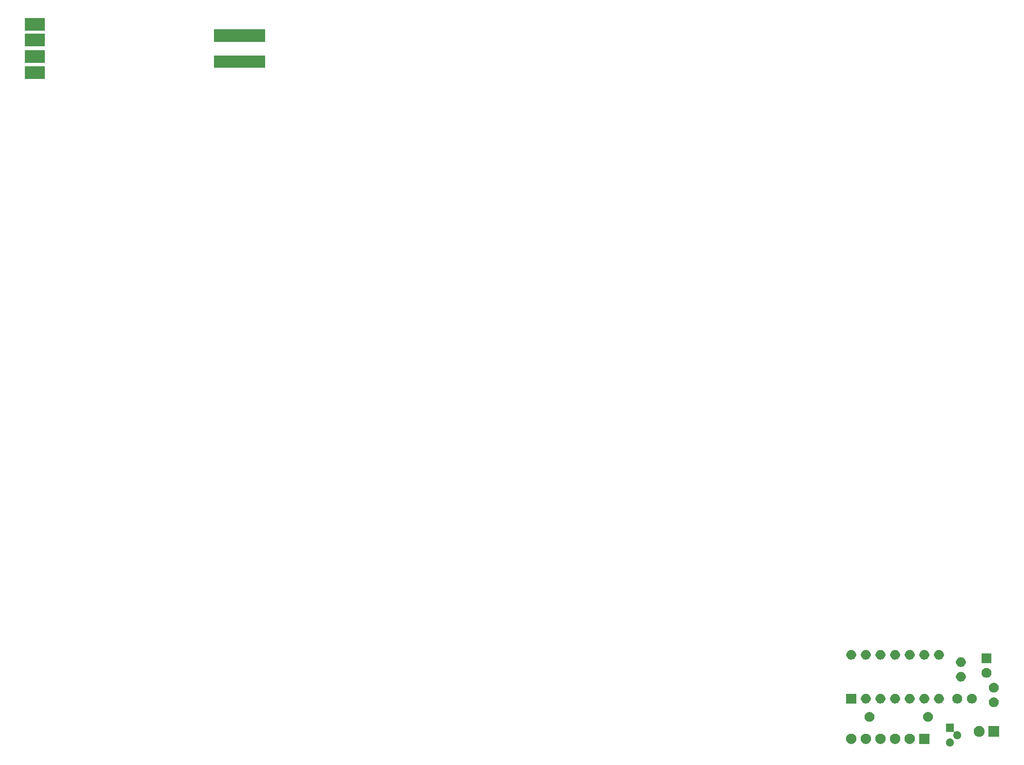
<source format=gbr>
G04 #@! TF.GenerationSoftware,KiCad,Pcbnew,(5.1.5)-3*
G04 #@! TF.CreationDate,2022-03-24T10:50:37-07:00*
G04 #@! TF.ProjectId,wiijoy,7769696a-6f79-42e6-9b69-6361645f7063,rev?*
G04 #@! TF.SameCoordinates,Original*
G04 #@! TF.FileFunction,Soldermask,Bot*
G04 #@! TF.FilePolarity,Negative*
%FSLAX46Y46*%
G04 Gerber Fmt 4.6, Leading zero omitted, Abs format (unit mm)*
G04 Created by KiCad (PCBNEW (5.1.5)-3) date 2022-03-24 10:50:37*
%MOMM*%
%LPD*%
G04 APERTURE LIST*
%ADD10C,0.100000*%
G04 APERTURE END LIST*
D10*
G36*
X41851786Y6218388D02*
G01*
X32996753Y6218388D01*
X32996753Y8305155D01*
X41851786Y8305155D01*
X41851786Y6218388D01*
G37*
X41851786Y6218388D02*
X32996753Y6218388D01*
X32996753Y8305155D01*
X41851786Y8305155D01*
X41851786Y6218388D01*
G36*
X41868168Y10757200D02*
G01*
X33013135Y10757200D01*
X33013135Y12843967D01*
X41868168Y12843967D01*
X41868168Y10757200D01*
G37*
X41868168Y10757200D02*
X33013135Y10757200D01*
X33013135Y12843967D01*
X41868168Y12843967D01*
X41868168Y10757200D01*
G36*
X3533238Y4311938D02*
G01*
X155970Y4311938D01*
X155970Y6422730D01*
X3533238Y6422730D01*
X3533238Y4311938D01*
G37*
X3533238Y4311938D02*
X155970Y4311938D01*
X155970Y6422730D01*
X3533238Y6422730D01*
X3533238Y4311938D01*
G36*
X3556691Y7126328D02*
G01*
X179423Y7126328D01*
X179423Y9237120D01*
X3556691Y9237120D01*
X3556691Y7126328D01*
G37*
X3556691Y7126328D02*
X179423Y7126328D01*
X179423Y9237120D01*
X3556691Y9237120D01*
X3556691Y7126328D01*
G36*
X3556691Y9940719D02*
G01*
X179423Y9940719D01*
X179423Y12051511D01*
X3556691Y12051511D01*
X3556691Y9940719D01*
G37*
X3556691Y9940719D02*
X179423Y9940719D01*
X179423Y12051511D01*
X3556691Y12051511D01*
X3556691Y9940719D01*
G36*
X3580144Y12661295D02*
G01*
X202876Y12661295D01*
X202876Y14772087D01*
X3580144Y14772087D01*
X3580144Y12661295D01*
G37*
X3580144Y12661295D02*
X202876Y12661295D01*
X202876Y14772087D01*
X3580144Y14772087D01*
X3580144Y12661295D01*
G36*
X161088073Y-110400138D02*
G01*
X161215649Y-110452982D01*
X161330459Y-110529695D01*
X161428105Y-110627341D01*
X161504818Y-110742151D01*
X161557662Y-110869727D01*
X161584600Y-111005156D01*
X161584600Y-111143244D01*
X161557662Y-111278673D01*
X161504818Y-111406249D01*
X161428105Y-111521059D01*
X161330459Y-111618705D01*
X161215649Y-111695418D01*
X161088073Y-111748262D01*
X160952644Y-111775200D01*
X160814556Y-111775200D01*
X160679127Y-111748262D01*
X160551551Y-111695418D01*
X160436741Y-111618705D01*
X160339095Y-111521059D01*
X160262382Y-111406249D01*
X160209538Y-111278673D01*
X160182600Y-111143244D01*
X160182600Y-111005156D01*
X160209538Y-110869727D01*
X160262382Y-110742151D01*
X160339095Y-110627341D01*
X160436741Y-110529695D01*
X160551551Y-110452982D01*
X160679127Y-110400138D01*
X160814556Y-110373200D01*
X160952644Y-110373200D01*
X161088073Y-110400138D01*
G37*
G36*
X157339600Y-111340200D02*
G01*
X155537600Y-111340200D01*
X155537600Y-109538200D01*
X157339600Y-109538200D01*
X157339600Y-111340200D01*
G37*
G36*
X143852112Y-109543127D02*
G01*
X144001412Y-109572824D01*
X144165384Y-109640744D01*
X144312954Y-109739347D01*
X144438453Y-109864846D01*
X144537056Y-110012416D01*
X144604976Y-110176388D01*
X144639600Y-110350459D01*
X144639600Y-110527941D01*
X144604976Y-110702012D01*
X144537056Y-110865984D01*
X144438453Y-111013554D01*
X144312954Y-111139053D01*
X144165384Y-111237656D01*
X144001412Y-111305576D01*
X143852112Y-111335273D01*
X143827342Y-111340200D01*
X143649858Y-111340200D01*
X143625088Y-111335273D01*
X143475788Y-111305576D01*
X143311816Y-111237656D01*
X143164246Y-111139053D01*
X143038747Y-111013554D01*
X142940144Y-110865984D01*
X142872224Y-110702012D01*
X142837600Y-110527941D01*
X142837600Y-110350459D01*
X142872224Y-110176388D01*
X142940144Y-110012416D01*
X143038747Y-109864846D01*
X143164246Y-109739347D01*
X143311816Y-109640744D01*
X143475788Y-109572824D01*
X143625088Y-109543127D01*
X143649858Y-109538200D01*
X143827342Y-109538200D01*
X143852112Y-109543127D01*
G37*
G36*
X146392112Y-109543127D02*
G01*
X146541412Y-109572824D01*
X146705384Y-109640744D01*
X146852954Y-109739347D01*
X146978453Y-109864846D01*
X147077056Y-110012416D01*
X147144976Y-110176388D01*
X147179600Y-110350459D01*
X147179600Y-110527941D01*
X147144976Y-110702012D01*
X147077056Y-110865984D01*
X146978453Y-111013554D01*
X146852954Y-111139053D01*
X146705384Y-111237656D01*
X146541412Y-111305576D01*
X146392112Y-111335273D01*
X146367342Y-111340200D01*
X146189858Y-111340200D01*
X146165088Y-111335273D01*
X146015788Y-111305576D01*
X145851816Y-111237656D01*
X145704246Y-111139053D01*
X145578747Y-111013554D01*
X145480144Y-110865984D01*
X145412224Y-110702012D01*
X145377600Y-110527941D01*
X145377600Y-110350459D01*
X145412224Y-110176388D01*
X145480144Y-110012416D01*
X145578747Y-109864846D01*
X145704246Y-109739347D01*
X145851816Y-109640744D01*
X146015788Y-109572824D01*
X146165088Y-109543127D01*
X146189858Y-109538200D01*
X146367342Y-109538200D01*
X146392112Y-109543127D01*
G37*
G36*
X148932112Y-109543127D02*
G01*
X149081412Y-109572824D01*
X149245384Y-109640744D01*
X149392954Y-109739347D01*
X149518453Y-109864846D01*
X149617056Y-110012416D01*
X149684976Y-110176388D01*
X149719600Y-110350459D01*
X149719600Y-110527941D01*
X149684976Y-110702012D01*
X149617056Y-110865984D01*
X149518453Y-111013554D01*
X149392954Y-111139053D01*
X149245384Y-111237656D01*
X149081412Y-111305576D01*
X148932112Y-111335273D01*
X148907342Y-111340200D01*
X148729858Y-111340200D01*
X148705088Y-111335273D01*
X148555788Y-111305576D01*
X148391816Y-111237656D01*
X148244246Y-111139053D01*
X148118747Y-111013554D01*
X148020144Y-110865984D01*
X147952224Y-110702012D01*
X147917600Y-110527941D01*
X147917600Y-110350459D01*
X147952224Y-110176388D01*
X148020144Y-110012416D01*
X148118747Y-109864846D01*
X148244246Y-109739347D01*
X148391816Y-109640744D01*
X148555788Y-109572824D01*
X148705088Y-109543127D01*
X148729858Y-109538200D01*
X148907342Y-109538200D01*
X148932112Y-109543127D01*
G37*
G36*
X151472112Y-109543127D02*
G01*
X151621412Y-109572824D01*
X151785384Y-109640744D01*
X151932954Y-109739347D01*
X152058453Y-109864846D01*
X152157056Y-110012416D01*
X152224976Y-110176388D01*
X152259600Y-110350459D01*
X152259600Y-110527941D01*
X152224976Y-110702012D01*
X152157056Y-110865984D01*
X152058453Y-111013554D01*
X151932954Y-111139053D01*
X151785384Y-111237656D01*
X151621412Y-111305576D01*
X151472112Y-111335273D01*
X151447342Y-111340200D01*
X151269858Y-111340200D01*
X151245088Y-111335273D01*
X151095788Y-111305576D01*
X150931816Y-111237656D01*
X150784246Y-111139053D01*
X150658747Y-111013554D01*
X150560144Y-110865984D01*
X150492224Y-110702012D01*
X150457600Y-110527941D01*
X150457600Y-110350459D01*
X150492224Y-110176388D01*
X150560144Y-110012416D01*
X150658747Y-109864846D01*
X150784246Y-109739347D01*
X150931816Y-109640744D01*
X151095788Y-109572824D01*
X151245088Y-109543127D01*
X151269858Y-109538200D01*
X151447342Y-109538200D01*
X151472112Y-109543127D01*
G37*
G36*
X154012112Y-109543127D02*
G01*
X154161412Y-109572824D01*
X154325384Y-109640744D01*
X154472954Y-109739347D01*
X154598453Y-109864846D01*
X154697056Y-110012416D01*
X154764976Y-110176388D01*
X154799600Y-110350459D01*
X154799600Y-110527941D01*
X154764976Y-110702012D01*
X154697056Y-110865984D01*
X154598453Y-111013554D01*
X154472954Y-111139053D01*
X154325384Y-111237656D01*
X154161412Y-111305576D01*
X154012112Y-111335273D01*
X153987342Y-111340200D01*
X153809858Y-111340200D01*
X153785088Y-111335273D01*
X153635788Y-111305576D01*
X153471816Y-111237656D01*
X153324246Y-111139053D01*
X153198747Y-111013554D01*
X153100144Y-110865984D01*
X153032224Y-110702012D01*
X152997600Y-110527941D01*
X152997600Y-110350459D01*
X153032224Y-110176388D01*
X153100144Y-110012416D01*
X153198747Y-109864846D01*
X153324246Y-109739347D01*
X153471816Y-109640744D01*
X153635788Y-109572824D01*
X153785088Y-109543127D01*
X153809858Y-109538200D01*
X153987342Y-109538200D01*
X154012112Y-109543127D01*
G37*
G36*
X161584600Y-109107451D02*
G01*
X161587002Y-109131837D01*
X161594115Y-109155286D01*
X161605666Y-109176897D01*
X161621211Y-109195839D01*
X161640153Y-109211384D01*
X161661764Y-109222935D01*
X161685213Y-109230048D01*
X161709599Y-109232450D01*
X161733985Y-109230048D01*
X161757434Y-109222935D01*
X161779044Y-109211384D01*
X161821551Y-109182982D01*
X161949127Y-109130138D01*
X162084556Y-109103200D01*
X162222644Y-109103200D01*
X162358073Y-109130138D01*
X162485649Y-109182982D01*
X162600459Y-109259695D01*
X162698105Y-109357341D01*
X162774818Y-109472151D01*
X162827662Y-109599727D01*
X162854600Y-109735156D01*
X162854600Y-109873244D01*
X162827662Y-110008673D01*
X162774818Y-110136249D01*
X162698105Y-110251059D01*
X162600459Y-110348705D01*
X162485649Y-110425418D01*
X162358073Y-110478262D01*
X162222644Y-110505200D01*
X162084556Y-110505200D01*
X161949127Y-110478262D01*
X161821551Y-110425418D01*
X161706741Y-110348705D01*
X161609095Y-110251059D01*
X161532382Y-110136249D01*
X161479538Y-110008673D01*
X161452600Y-109873244D01*
X161452600Y-109735156D01*
X161479538Y-109599727D01*
X161532382Y-109472151D01*
X161560784Y-109429644D01*
X161572335Y-109408033D01*
X161579448Y-109384584D01*
X161581850Y-109360198D01*
X161579448Y-109335812D01*
X161572335Y-109312363D01*
X161560783Y-109290753D01*
X161545238Y-109271811D01*
X161526296Y-109256266D01*
X161504685Y-109244715D01*
X161481236Y-109237602D01*
X161456851Y-109235200D01*
X160182600Y-109235200D01*
X160182600Y-107833200D01*
X161584600Y-107833200D01*
X161584600Y-109107451D01*
G37*
G36*
X169454600Y-110098229D02*
G01*
X167552600Y-110098229D01*
X167552600Y-108196229D01*
X169454600Y-108196229D01*
X169454600Y-110098229D01*
G37*
G36*
X166240995Y-108232775D02*
G01*
X166414066Y-108304463D01*
X166414067Y-108304464D01*
X166569827Y-108408539D01*
X166702290Y-108541002D01*
X166702291Y-108541004D01*
X166806366Y-108696763D01*
X166878054Y-108869834D01*
X166914600Y-109053562D01*
X166914600Y-109240896D01*
X166878054Y-109424624D01*
X166806366Y-109597695D01*
X166754681Y-109675047D01*
X166702290Y-109753456D01*
X166569827Y-109885919D01*
X166491418Y-109938310D01*
X166414066Y-109989995D01*
X166240995Y-110061683D01*
X166057267Y-110098229D01*
X165869933Y-110098229D01*
X165686205Y-110061683D01*
X165513134Y-109989995D01*
X165435782Y-109938310D01*
X165357373Y-109885919D01*
X165224910Y-109753456D01*
X165172519Y-109675047D01*
X165120834Y-109597695D01*
X165049146Y-109424624D01*
X165012600Y-109240896D01*
X165012600Y-109053562D01*
X165049146Y-108869834D01*
X165120834Y-108696763D01*
X165224909Y-108541004D01*
X165224910Y-108541002D01*
X165357373Y-108408539D01*
X165513133Y-108304464D01*
X165513134Y-108304463D01*
X165686205Y-108232775D01*
X165869933Y-108196229D01*
X166057267Y-108196229D01*
X166240995Y-108232775D01*
G37*
G36*
X157321828Y-105810903D02*
G01*
X157476700Y-105875053D01*
X157616081Y-105968185D01*
X157734615Y-106086719D01*
X157827747Y-106226100D01*
X157891897Y-106380972D01*
X157924600Y-106545384D01*
X157924600Y-106713016D01*
X157891897Y-106877428D01*
X157827747Y-107032300D01*
X157734615Y-107171681D01*
X157616081Y-107290215D01*
X157476700Y-107383347D01*
X157321828Y-107447497D01*
X157157416Y-107480200D01*
X156989784Y-107480200D01*
X156825372Y-107447497D01*
X156670500Y-107383347D01*
X156531119Y-107290215D01*
X156412585Y-107171681D01*
X156319453Y-107032300D01*
X156255303Y-106877428D01*
X156222600Y-106713016D01*
X156222600Y-106545384D01*
X156255303Y-106380972D01*
X156319453Y-106226100D01*
X156412585Y-106086719D01*
X156531119Y-105968185D01*
X156670500Y-105875053D01*
X156825372Y-105810903D01*
X156989784Y-105778200D01*
X157157416Y-105778200D01*
X157321828Y-105810903D01*
G37*
G36*
X147161828Y-105810903D02*
G01*
X147316700Y-105875053D01*
X147456081Y-105968185D01*
X147574615Y-106086719D01*
X147667747Y-106226100D01*
X147731897Y-106380972D01*
X147764600Y-106545384D01*
X147764600Y-106713016D01*
X147731897Y-106877428D01*
X147667747Y-107032300D01*
X147574615Y-107171681D01*
X147456081Y-107290215D01*
X147316700Y-107383347D01*
X147161828Y-107447497D01*
X146997416Y-107480200D01*
X146829784Y-107480200D01*
X146665372Y-107447497D01*
X146510500Y-107383347D01*
X146371119Y-107290215D01*
X146252585Y-107171681D01*
X146159453Y-107032300D01*
X146095303Y-106877428D01*
X146062600Y-106713016D01*
X146062600Y-106545384D01*
X146095303Y-106380972D01*
X146159453Y-106226100D01*
X146252585Y-106086719D01*
X146371119Y-105968185D01*
X146510500Y-105875053D01*
X146665372Y-105810903D01*
X146829784Y-105778200D01*
X146997416Y-105778200D01*
X147161828Y-105810903D01*
G37*
G36*
X168751828Y-103270903D02*
G01*
X168906700Y-103335053D01*
X169046081Y-103428185D01*
X169164615Y-103546719D01*
X169257747Y-103686100D01*
X169321897Y-103840972D01*
X169354600Y-104005384D01*
X169354600Y-104173016D01*
X169321897Y-104337428D01*
X169257747Y-104492300D01*
X169164615Y-104631681D01*
X169046081Y-104750215D01*
X168906700Y-104843347D01*
X168751828Y-104907497D01*
X168587416Y-104940200D01*
X168419784Y-104940200D01*
X168255372Y-104907497D01*
X168100500Y-104843347D01*
X167961119Y-104750215D01*
X167842585Y-104631681D01*
X167749453Y-104492300D01*
X167685303Y-104337428D01*
X167652600Y-104173016D01*
X167652600Y-104005384D01*
X167685303Y-103840972D01*
X167749453Y-103686100D01*
X167842585Y-103546719D01*
X167961119Y-103428185D01*
X168100500Y-103335053D01*
X168255372Y-103270903D01*
X168419784Y-103238200D01*
X168587416Y-103238200D01*
X168751828Y-103270903D01*
G37*
G36*
X159226828Y-102635903D02*
G01*
X159381700Y-102700053D01*
X159521081Y-102793185D01*
X159639615Y-102911719D01*
X159732747Y-103051100D01*
X159796897Y-103205972D01*
X159829600Y-103370384D01*
X159829600Y-103538016D01*
X159796897Y-103702428D01*
X159732747Y-103857300D01*
X159639615Y-103996681D01*
X159521081Y-104115215D01*
X159381700Y-104208347D01*
X159226828Y-104272497D01*
X159062416Y-104305200D01*
X158894784Y-104305200D01*
X158730372Y-104272497D01*
X158575500Y-104208347D01*
X158436119Y-104115215D01*
X158317585Y-103996681D01*
X158224453Y-103857300D01*
X158160303Y-103702428D01*
X158127600Y-103538016D01*
X158127600Y-103370384D01*
X158160303Y-103205972D01*
X158224453Y-103051100D01*
X158317585Y-102911719D01*
X158436119Y-102793185D01*
X158575500Y-102700053D01*
X158730372Y-102635903D01*
X158894784Y-102603200D01*
X159062416Y-102603200D01*
X159226828Y-102635903D01*
G37*
G36*
X146526828Y-102635903D02*
G01*
X146681700Y-102700053D01*
X146821081Y-102793185D01*
X146939615Y-102911719D01*
X147032747Y-103051100D01*
X147096897Y-103205972D01*
X147129600Y-103370384D01*
X147129600Y-103538016D01*
X147096897Y-103702428D01*
X147032747Y-103857300D01*
X146939615Y-103996681D01*
X146821081Y-104115215D01*
X146681700Y-104208347D01*
X146526828Y-104272497D01*
X146362416Y-104305200D01*
X146194784Y-104305200D01*
X146030372Y-104272497D01*
X145875500Y-104208347D01*
X145736119Y-104115215D01*
X145617585Y-103996681D01*
X145524453Y-103857300D01*
X145460303Y-103702428D01*
X145427600Y-103538016D01*
X145427600Y-103370384D01*
X145460303Y-103205972D01*
X145524453Y-103051100D01*
X145617585Y-102911719D01*
X145736119Y-102793185D01*
X145875500Y-102700053D01*
X146030372Y-102635903D01*
X146194784Y-102603200D01*
X146362416Y-102603200D01*
X146526828Y-102635903D01*
G37*
G36*
X149066828Y-102635903D02*
G01*
X149221700Y-102700053D01*
X149361081Y-102793185D01*
X149479615Y-102911719D01*
X149572747Y-103051100D01*
X149636897Y-103205972D01*
X149669600Y-103370384D01*
X149669600Y-103538016D01*
X149636897Y-103702428D01*
X149572747Y-103857300D01*
X149479615Y-103996681D01*
X149361081Y-104115215D01*
X149221700Y-104208347D01*
X149066828Y-104272497D01*
X148902416Y-104305200D01*
X148734784Y-104305200D01*
X148570372Y-104272497D01*
X148415500Y-104208347D01*
X148276119Y-104115215D01*
X148157585Y-103996681D01*
X148064453Y-103857300D01*
X148000303Y-103702428D01*
X147967600Y-103538016D01*
X147967600Y-103370384D01*
X148000303Y-103205972D01*
X148064453Y-103051100D01*
X148157585Y-102911719D01*
X148276119Y-102793185D01*
X148415500Y-102700053D01*
X148570372Y-102635903D01*
X148734784Y-102603200D01*
X148902416Y-102603200D01*
X149066828Y-102635903D01*
G37*
G36*
X151606828Y-102635903D02*
G01*
X151761700Y-102700053D01*
X151901081Y-102793185D01*
X152019615Y-102911719D01*
X152112747Y-103051100D01*
X152176897Y-103205972D01*
X152209600Y-103370384D01*
X152209600Y-103538016D01*
X152176897Y-103702428D01*
X152112747Y-103857300D01*
X152019615Y-103996681D01*
X151901081Y-104115215D01*
X151761700Y-104208347D01*
X151606828Y-104272497D01*
X151442416Y-104305200D01*
X151274784Y-104305200D01*
X151110372Y-104272497D01*
X150955500Y-104208347D01*
X150816119Y-104115215D01*
X150697585Y-103996681D01*
X150604453Y-103857300D01*
X150540303Y-103702428D01*
X150507600Y-103538016D01*
X150507600Y-103370384D01*
X150540303Y-103205972D01*
X150604453Y-103051100D01*
X150697585Y-102911719D01*
X150816119Y-102793185D01*
X150955500Y-102700053D01*
X151110372Y-102635903D01*
X151274784Y-102603200D01*
X151442416Y-102603200D01*
X151606828Y-102635903D01*
G37*
G36*
X154146828Y-102635903D02*
G01*
X154301700Y-102700053D01*
X154441081Y-102793185D01*
X154559615Y-102911719D01*
X154652747Y-103051100D01*
X154716897Y-103205972D01*
X154749600Y-103370384D01*
X154749600Y-103538016D01*
X154716897Y-103702428D01*
X154652747Y-103857300D01*
X154559615Y-103996681D01*
X154441081Y-104115215D01*
X154301700Y-104208347D01*
X154146828Y-104272497D01*
X153982416Y-104305200D01*
X153814784Y-104305200D01*
X153650372Y-104272497D01*
X153495500Y-104208347D01*
X153356119Y-104115215D01*
X153237585Y-103996681D01*
X153144453Y-103857300D01*
X153080303Y-103702428D01*
X153047600Y-103538016D01*
X153047600Y-103370384D01*
X153080303Y-103205972D01*
X153144453Y-103051100D01*
X153237585Y-102911719D01*
X153356119Y-102793185D01*
X153495500Y-102700053D01*
X153650372Y-102635903D01*
X153814784Y-102603200D01*
X153982416Y-102603200D01*
X154146828Y-102635903D01*
G37*
G36*
X162401828Y-102635903D02*
G01*
X162556700Y-102700053D01*
X162696081Y-102793185D01*
X162814615Y-102911719D01*
X162907747Y-103051100D01*
X162971897Y-103205972D01*
X163004600Y-103370384D01*
X163004600Y-103538016D01*
X162971897Y-103702428D01*
X162907747Y-103857300D01*
X162814615Y-103996681D01*
X162696081Y-104115215D01*
X162556700Y-104208347D01*
X162401828Y-104272497D01*
X162237416Y-104305200D01*
X162069784Y-104305200D01*
X161905372Y-104272497D01*
X161750500Y-104208347D01*
X161611119Y-104115215D01*
X161492585Y-103996681D01*
X161399453Y-103857300D01*
X161335303Y-103702428D01*
X161302600Y-103538016D01*
X161302600Y-103370384D01*
X161335303Y-103205972D01*
X161399453Y-103051100D01*
X161492585Y-102911719D01*
X161611119Y-102793185D01*
X161750500Y-102700053D01*
X161905372Y-102635903D01*
X162069784Y-102603200D01*
X162237416Y-102603200D01*
X162401828Y-102635903D01*
G37*
G36*
X156686828Y-102635903D02*
G01*
X156841700Y-102700053D01*
X156981081Y-102793185D01*
X157099615Y-102911719D01*
X157192747Y-103051100D01*
X157256897Y-103205972D01*
X157289600Y-103370384D01*
X157289600Y-103538016D01*
X157256897Y-103702428D01*
X157192747Y-103857300D01*
X157099615Y-103996681D01*
X156981081Y-104115215D01*
X156841700Y-104208347D01*
X156686828Y-104272497D01*
X156522416Y-104305200D01*
X156354784Y-104305200D01*
X156190372Y-104272497D01*
X156035500Y-104208347D01*
X155896119Y-104115215D01*
X155777585Y-103996681D01*
X155684453Y-103857300D01*
X155620303Y-103702428D01*
X155587600Y-103538016D01*
X155587600Y-103370384D01*
X155620303Y-103205972D01*
X155684453Y-103051100D01*
X155777585Y-102911719D01*
X155896119Y-102793185D01*
X156035500Y-102700053D01*
X156190372Y-102635903D01*
X156354784Y-102603200D01*
X156522416Y-102603200D01*
X156686828Y-102635903D01*
G37*
G36*
X144589600Y-104305200D02*
G01*
X142887600Y-104305200D01*
X142887600Y-102603200D01*
X144589600Y-102603200D01*
X144589600Y-104305200D01*
G37*
G36*
X164941828Y-102635903D02*
G01*
X165096700Y-102700053D01*
X165236081Y-102793185D01*
X165354615Y-102911719D01*
X165447747Y-103051100D01*
X165511897Y-103205972D01*
X165544600Y-103370384D01*
X165544600Y-103538016D01*
X165511897Y-103702428D01*
X165447747Y-103857300D01*
X165354615Y-103996681D01*
X165236081Y-104115215D01*
X165096700Y-104208347D01*
X164941828Y-104272497D01*
X164777416Y-104305200D01*
X164609784Y-104305200D01*
X164445372Y-104272497D01*
X164290500Y-104208347D01*
X164151119Y-104115215D01*
X164032585Y-103996681D01*
X163939453Y-103857300D01*
X163875303Y-103702428D01*
X163842600Y-103538016D01*
X163842600Y-103370384D01*
X163875303Y-103205972D01*
X163939453Y-103051100D01*
X164032585Y-102911719D01*
X164151119Y-102793185D01*
X164290500Y-102700053D01*
X164445372Y-102635903D01*
X164609784Y-102603200D01*
X164777416Y-102603200D01*
X164941828Y-102635903D01*
G37*
G36*
X168751828Y-100730903D02*
G01*
X168906700Y-100795053D01*
X169046081Y-100888185D01*
X169164615Y-101006719D01*
X169257747Y-101146100D01*
X169321897Y-101300972D01*
X169354600Y-101465384D01*
X169354600Y-101633016D01*
X169321897Y-101797428D01*
X169257747Y-101952300D01*
X169164615Y-102091681D01*
X169046081Y-102210215D01*
X168906700Y-102303347D01*
X168751828Y-102367497D01*
X168587416Y-102400200D01*
X168419784Y-102400200D01*
X168255372Y-102367497D01*
X168100500Y-102303347D01*
X167961119Y-102210215D01*
X167842585Y-102091681D01*
X167749453Y-101952300D01*
X167685303Y-101797428D01*
X167652600Y-101633016D01*
X167652600Y-101465384D01*
X167685303Y-101300972D01*
X167749453Y-101146100D01*
X167842585Y-101006719D01*
X167961119Y-100888185D01*
X168100500Y-100795053D01*
X168255372Y-100730903D01*
X168419784Y-100698200D01*
X168587416Y-100698200D01*
X168751828Y-100730903D01*
G37*
G36*
X163036828Y-98825903D02*
G01*
X163191700Y-98890053D01*
X163331081Y-98983185D01*
X163449615Y-99101719D01*
X163542747Y-99241100D01*
X163606897Y-99395972D01*
X163639600Y-99560384D01*
X163639600Y-99728016D01*
X163606897Y-99892428D01*
X163542747Y-100047300D01*
X163449615Y-100186681D01*
X163331081Y-100305215D01*
X163191700Y-100398347D01*
X163036828Y-100462497D01*
X162872416Y-100495200D01*
X162704784Y-100495200D01*
X162540372Y-100462497D01*
X162385500Y-100398347D01*
X162246119Y-100305215D01*
X162127585Y-100186681D01*
X162034453Y-100047300D01*
X161970303Y-99892428D01*
X161937600Y-99728016D01*
X161937600Y-99560384D01*
X161970303Y-99395972D01*
X162034453Y-99241100D01*
X162127585Y-99101719D01*
X162246119Y-98983185D01*
X162385500Y-98890053D01*
X162540372Y-98825903D01*
X162704784Y-98793200D01*
X162872416Y-98793200D01*
X163036828Y-98825903D01*
G37*
G36*
X167481828Y-98150903D02*
G01*
X167636700Y-98215053D01*
X167776081Y-98308185D01*
X167894615Y-98426719D01*
X167987747Y-98566100D01*
X168051897Y-98720972D01*
X168084600Y-98885384D01*
X168084600Y-99053016D01*
X168051897Y-99217428D01*
X167987747Y-99372300D01*
X167894615Y-99511681D01*
X167776081Y-99630215D01*
X167636700Y-99723347D01*
X167481828Y-99787497D01*
X167317416Y-99820200D01*
X167149784Y-99820200D01*
X166985372Y-99787497D01*
X166830500Y-99723347D01*
X166691119Y-99630215D01*
X166572585Y-99511681D01*
X166479453Y-99372300D01*
X166415303Y-99217428D01*
X166382600Y-99053016D01*
X166382600Y-98885384D01*
X166415303Y-98720972D01*
X166479453Y-98566100D01*
X166572585Y-98426719D01*
X166691119Y-98308185D01*
X166830500Y-98215053D01*
X166985372Y-98150903D01*
X167149784Y-98118200D01*
X167317416Y-98118200D01*
X167481828Y-98150903D01*
G37*
G36*
X163036828Y-96285903D02*
G01*
X163191700Y-96350053D01*
X163331081Y-96443185D01*
X163449615Y-96561719D01*
X163542747Y-96701100D01*
X163606897Y-96855972D01*
X163639600Y-97020384D01*
X163639600Y-97188016D01*
X163606897Y-97352428D01*
X163542747Y-97507300D01*
X163449615Y-97646681D01*
X163331081Y-97765215D01*
X163191700Y-97858347D01*
X163036828Y-97922497D01*
X162872416Y-97955200D01*
X162704784Y-97955200D01*
X162540372Y-97922497D01*
X162385500Y-97858347D01*
X162246119Y-97765215D01*
X162127585Y-97646681D01*
X162034453Y-97507300D01*
X161970303Y-97352428D01*
X161937600Y-97188016D01*
X161937600Y-97020384D01*
X161970303Y-96855972D01*
X162034453Y-96701100D01*
X162127585Y-96561719D01*
X162246119Y-96443185D01*
X162385500Y-96350053D01*
X162540372Y-96285903D01*
X162704784Y-96253200D01*
X162872416Y-96253200D01*
X163036828Y-96285903D01*
G37*
G36*
X168084600Y-97320200D02*
G01*
X166382600Y-97320200D01*
X166382600Y-95618200D01*
X168084600Y-95618200D01*
X168084600Y-97320200D01*
G37*
G36*
X154146828Y-95015903D02*
G01*
X154301700Y-95080053D01*
X154441081Y-95173185D01*
X154559615Y-95291719D01*
X154652747Y-95431100D01*
X154716897Y-95585972D01*
X154749600Y-95750384D01*
X154749600Y-95918016D01*
X154716897Y-96082428D01*
X154652747Y-96237300D01*
X154559615Y-96376681D01*
X154441081Y-96495215D01*
X154301700Y-96588347D01*
X154146828Y-96652497D01*
X153982416Y-96685200D01*
X153814784Y-96685200D01*
X153650372Y-96652497D01*
X153495500Y-96588347D01*
X153356119Y-96495215D01*
X153237585Y-96376681D01*
X153144453Y-96237300D01*
X153080303Y-96082428D01*
X153047600Y-95918016D01*
X153047600Y-95750384D01*
X153080303Y-95585972D01*
X153144453Y-95431100D01*
X153237585Y-95291719D01*
X153356119Y-95173185D01*
X153495500Y-95080053D01*
X153650372Y-95015903D01*
X153814784Y-94983200D01*
X153982416Y-94983200D01*
X154146828Y-95015903D01*
G37*
G36*
X159226828Y-95015903D02*
G01*
X159381700Y-95080053D01*
X159521081Y-95173185D01*
X159639615Y-95291719D01*
X159732747Y-95431100D01*
X159796897Y-95585972D01*
X159829600Y-95750384D01*
X159829600Y-95918016D01*
X159796897Y-96082428D01*
X159732747Y-96237300D01*
X159639615Y-96376681D01*
X159521081Y-96495215D01*
X159381700Y-96588347D01*
X159226828Y-96652497D01*
X159062416Y-96685200D01*
X158894784Y-96685200D01*
X158730372Y-96652497D01*
X158575500Y-96588347D01*
X158436119Y-96495215D01*
X158317585Y-96376681D01*
X158224453Y-96237300D01*
X158160303Y-96082428D01*
X158127600Y-95918016D01*
X158127600Y-95750384D01*
X158160303Y-95585972D01*
X158224453Y-95431100D01*
X158317585Y-95291719D01*
X158436119Y-95173185D01*
X158575500Y-95080053D01*
X158730372Y-95015903D01*
X158894784Y-94983200D01*
X159062416Y-94983200D01*
X159226828Y-95015903D01*
G37*
G36*
X156686828Y-95015903D02*
G01*
X156841700Y-95080053D01*
X156981081Y-95173185D01*
X157099615Y-95291719D01*
X157192747Y-95431100D01*
X157256897Y-95585972D01*
X157289600Y-95750384D01*
X157289600Y-95918016D01*
X157256897Y-96082428D01*
X157192747Y-96237300D01*
X157099615Y-96376681D01*
X156981081Y-96495215D01*
X156841700Y-96588347D01*
X156686828Y-96652497D01*
X156522416Y-96685200D01*
X156354784Y-96685200D01*
X156190372Y-96652497D01*
X156035500Y-96588347D01*
X155896119Y-96495215D01*
X155777585Y-96376681D01*
X155684453Y-96237300D01*
X155620303Y-96082428D01*
X155587600Y-95918016D01*
X155587600Y-95750384D01*
X155620303Y-95585972D01*
X155684453Y-95431100D01*
X155777585Y-95291719D01*
X155896119Y-95173185D01*
X156035500Y-95080053D01*
X156190372Y-95015903D01*
X156354784Y-94983200D01*
X156522416Y-94983200D01*
X156686828Y-95015903D01*
G37*
G36*
X151606828Y-95015903D02*
G01*
X151761700Y-95080053D01*
X151901081Y-95173185D01*
X152019615Y-95291719D01*
X152112747Y-95431100D01*
X152176897Y-95585972D01*
X152209600Y-95750384D01*
X152209600Y-95918016D01*
X152176897Y-96082428D01*
X152112747Y-96237300D01*
X152019615Y-96376681D01*
X151901081Y-96495215D01*
X151761700Y-96588347D01*
X151606828Y-96652497D01*
X151442416Y-96685200D01*
X151274784Y-96685200D01*
X151110372Y-96652497D01*
X150955500Y-96588347D01*
X150816119Y-96495215D01*
X150697585Y-96376681D01*
X150604453Y-96237300D01*
X150540303Y-96082428D01*
X150507600Y-95918016D01*
X150507600Y-95750384D01*
X150540303Y-95585972D01*
X150604453Y-95431100D01*
X150697585Y-95291719D01*
X150816119Y-95173185D01*
X150955500Y-95080053D01*
X151110372Y-95015903D01*
X151274784Y-94983200D01*
X151442416Y-94983200D01*
X151606828Y-95015903D01*
G37*
G36*
X149066828Y-95015903D02*
G01*
X149221700Y-95080053D01*
X149361081Y-95173185D01*
X149479615Y-95291719D01*
X149572747Y-95431100D01*
X149636897Y-95585972D01*
X149669600Y-95750384D01*
X149669600Y-95918016D01*
X149636897Y-96082428D01*
X149572747Y-96237300D01*
X149479615Y-96376681D01*
X149361081Y-96495215D01*
X149221700Y-96588347D01*
X149066828Y-96652497D01*
X148902416Y-96685200D01*
X148734784Y-96685200D01*
X148570372Y-96652497D01*
X148415500Y-96588347D01*
X148276119Y-96495215D01*
X148157585Y-96376681D01*
X148064453Y-96237300D01*
X148000303Y-96082428D01*
X147967600Y-95918016D01*
X147967600Y-95750384D01*
X148000303Y-95585972D01*
X148064453Y-95431100D01*
X148157585Y-95291719D01*
X148276119Y-95173185D01*
X148415500Y-95080053D01*
X148570372Y-95015903D01*
X148734784Y-94983200D01*
X148902416Y-94983200D01*
X149066828Y-95015903D01*
G37*
G36*
X146526828Y-95015903D02*
G01*
X146681700Y-95080053D01*
X146821081Y-95173185D01*
X146939615Y-95291719D01*
X147032747Y-95431100D01*
X147096897Y-95585972D01*
X147129600Y-95750384D01*
X147129600Y-95918016D01*
X147096897Y-96082428D01*
X147032747Y-96237300D01*
X146939615Y-96376681D01*
X146821081Y-96495215D01*
X146681700Y-96588347D01*
X146526828Y-96652497D01*
X146362416Y-96685200D01*
X146194784Y-96685200D01*
X146030372Y-96652497D01*
X145875500Y-96588347D01*
X145736119Y-96495215D01*
X145617585Y-96376681D01*
X145524453Y-96237300D01*
X145460303Y-96082428D01*
X145427600Y-95918016D01*
X145427600Y-95750384D01*
X145460303Y-95585972D01*
X145524453Y-95431100D01*
X145617585Y-95291719D01*
X145736119Y-95173185D01*
X145875500Y-95080053D01*
X146030372Y-95015903D01*
X146194784Y-94983200D01*
X146362416Y-94983200D01*
X146526828Y-95015903D01*
G37*
G36*
X143986828Y-95015903D02*
G01*
X144141700Y-95080053D01*
X144281081Y-95173185D01*
X144399615Y-95291719D01*
X144492747Y-95431100D01*
X144556897Y-95585972D01*
X144589600Y-95750384D01*
X144589600Y-95918016D01*
X144556897Y-96082428D01*
X144492747Y-96237300D01*
X144399615Y-96376681D01*
X144281081Y-96495215D01*
X144141700Y-96588347D01*
X143986828Y-96652497D01*
X143822416Y-96685200D01*
X143654784Y-96685200D01*
X143490372Y-96652497D01*
X143335500Y-96588347D01*
X143196119Y-96495215D01*
X143077585Y-96376681D01*
X142984453Y-96237300D01*
X142920303Y-96082428D01*
X142887600Y-95918016D01*
X142887600Y-95750384D01*
X142920303Y-95585972D01*
X142984453Y-95431100D01*
X143077585Y-95291719D01*
X143196119Y-95173185D01*
X143335500Y-95080053D01*
X143490372Y-95015903D01*
X143654784Y-94983200D01*
X143822416Y-94983200D01*
X143986828Y-95015903D01*
G37*
M02*

</source>
